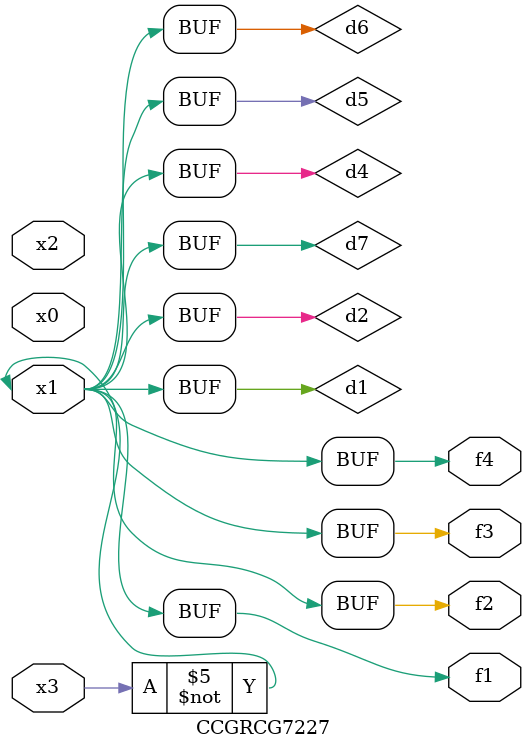
<source format=v>
module CCGRCG7227(
	input x0, x1, x2, x3,
	output f1, f2, f3, f4
);

	wire d1, d2, d3, d4, d5, d6, d7;

	not (d1, x3);
	buf (d2, x1);
	xnor (d3, d1, d2);
	nor (d4, d1);
	buf (d5, d1, d2);
	buf (d6, d4, d5);
	nand (d7, d4);
	assign f1 = d6;
	assign f2 = d7;
	assign f3 = d6;
	assign f4 = d6;
endmodule

</source>
